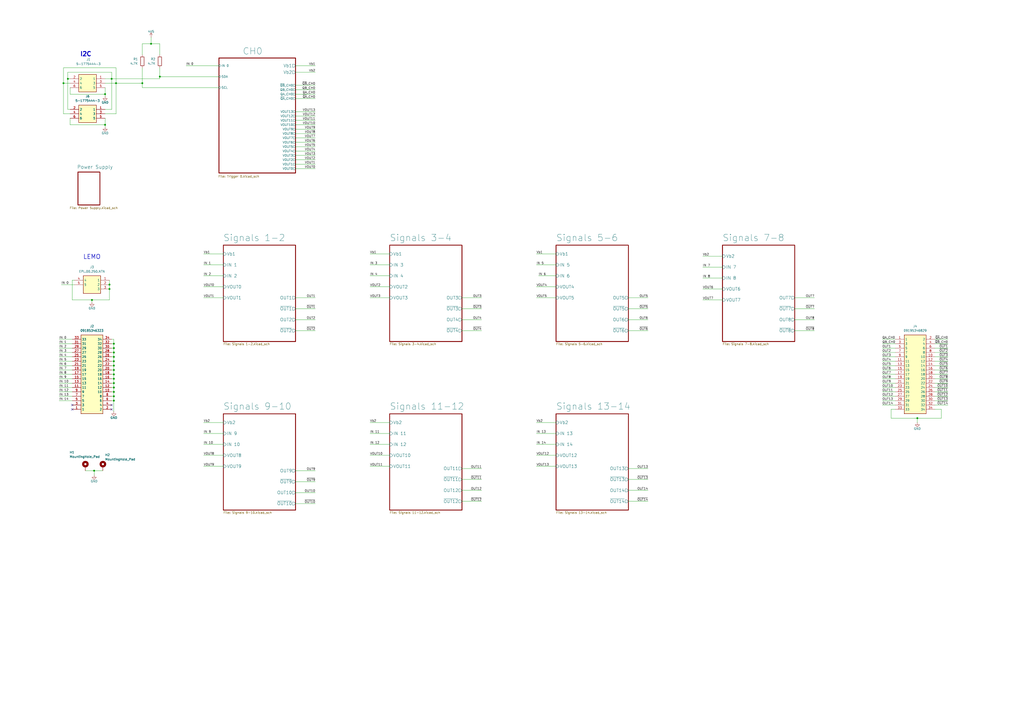
<source format=kicad_sch>
(kicad_sch (version 20231120) (generator "eeschema") (generator_version "8.0")
  (paper "A2")
  (lib_symbols
    (symbol "Device:R" (pin_numbers hide) (pin_names (offset 0))
      (property "Reference" "R" (at 2.032 0 90))
      (property "Value" "R" (at 0 0 90))
      (symbol "R_0_1"
        (rectangle (start -1.016 -2.54) (end 1.016 2.54) (stroke (width 0.254)))
      )
      (symbol "R_1_1"
        (pin passive line (at 0 3.81 270) (length 1.27) (name "~") (number "1"))
        (pin passive line (at 0 -3.81 90) (length 1.27) (name "~") (number "2"))
      )
    )
    (symbol "Mechanical:MountingHole_Pad" (pin_numbers hide) (pin_names (offset 1.016) hide) (exclude_from_sim yes) (in_bom no)
      (property "Reference" "H" (at 0 6.35 0))
      (property "Value" "MountingHole_Pad" (at 0 4.445 0))
      (symbol "MountingHole_Pad_0_1"
        (circle (center 0 1.27) (radius 1.27) (stroke (width 1.27)))
      )
      (symbol "MountingHole_Pad_1_1"
        (pin input line (at 0 -2.54 90) (length 2.54) (name "1") (number "1"))
      )
    )
    (symbol "SamacSys_Parts:09185346323"
      (property "Reference" "J" (at 19.05 7.62 0))
      (property "Value" "09185346323" (at 19.05 5.08 0))
      (symbol "09185346323_1_1"
        (rectangle (start 5.08 2.54) (end 17.78 -43.18) (stroke (width 0.254)) (fill (type background)))
        (pin passive line (at 0 0 0) (length 5.08) (name "1") (number "1"))
        (pin passive line (at 22.86 -10.16 180) (length 5.08) (name "10") (number "10"))
        (pin passive line (at 0 -12.7 0) (length 5.08) (name "11") (number "11"))
        (pin passive line (at 22.86 -12.7 180) (length 5.08) (name "12") (number "12"))
        (pin passive line (at 0 -15.24 0) (length 5.08) (name "13") (number "13"))
        (pin passive line (at 22.86 -15.24 180) (length 5.08) (name "14") (number "14"))
        (pin passive line (at 0 -17.78 0) (length 5.08) (name "15") (number "15"))
        (pin passive line (at 22.86 -17.78 180) (length 5.08) (name "16") (number "16"))
        (pin passive line (at 0 -20.32 0) (length 5.08) (name "17") (number "17"))
        (pin passive line (at 22.86 -20.32 180) (length 5.08) (name "18") (number "18"))
        (pin passive line (at 0 -22.86 0) (length 5.08) (name "19") (number "19"))
        (pin passive line (at 22.86 0 180) (length 5.08) (name "2") (number "2"))
        (pin passive line (at 22.86 -22.86 180) (length 5.08) (name "20") (number "20"))
        (pin passive line (at 0 -25.4 0) (length 5.08) (name "21") (number "21"))
        (pin passive line (at 22.86 -25.4 180) (length 5.08) (name "22") (number "22"))
        (pin passive line (at 0 -27.94 0) (length 5.08) (name "23") (number "23"))
        (pin passive line (at 22.86 -27.94 180) (length 5.08) (name "24") (number "24"))
        (pin passive line (at 0 -30.48 0) (length 5.08) (name "25") (number "25"))
        (pin passive line (at 22.86 -30.48 180) (length 5.08) (name "26") (number "26"))
        (pin passive line (at 0 -33.02 0) (length 5.08) (name "27") (number "27"))
        (pin passive line (at 22.86 -33.02 180) (length 5.08) (name "28") (number "28"))
        (pin passive line (at 0 -35.56 0) (length 5.08) (name "29") (number "29"))
        (pin passive line (at 0 -2.54 0) (length 5.08) (name "3") (number "3"))
        (pin passive line (at 22.86 -35.56 180) (length 5.08) (name "30") (number "30"))
        (pin passive line (at 0 -38.1 0) (length 5.08) (name "31") (number "31"))
        (pin passive line (at 22.86 -38.1 180) (length 5.08) (name "32") (number "32"))
        (pin passive line (at 0 -40.64 0) (length 5.08) (name "33") (number "33"))
        (pin passive line (at 22.86 -40.64 180) (length 5.08) (name "34") (number "34"))
        (pin passive line (at 22.86 -2.54 180) (length 5.08) (name "4") (number "4"))
        (pin passive line (at 0 -5.08 0) (length 5.08) (name "5") (number "5"))
        (pin passive line (at 22.86 -5.08 180) (length 5.08) (name "6") (number "6"))
        (pin passive line (at 0 -7.62 0) (length 5.08) (name "7") (number "7"))
        (pin passive line (at 22.86 -7.62 180) (length 5.08) (name "8") (number "8"))
        (pin passive line (at 0 -10.16 0) (length 5.08) (name "9") (number "9"))
      )
    )
    (symbol "SamacSys_Parts:09195346829"
      (property "Reference" "J" (at 19.05 7.62 0))
      (property "Value" "09195346829" (at 19.05 5.08 0))
      (symbol "09195346829_1_1"
        (rectangle (start 5.08 2.54) (end 17.78 -43.18) (stroke (width 0.254)) (fill (type background)))
        (pin passive line (at 0 -40.64 0) (length 5.08) (name "1") (number "1"))
        (pin passive line (at 22.86 -30.48 180) (length 5.08) (name "10") (number "10"))
        (pin passive line (at 0 -27.94 0) (length 5.08) (name "11") (number "11"))
        (pin passive line (at 22.86 -27.94 180) (length 5.08) (name "12") (number "12"))
        (pin passive line (at 0 -25.4 0) (length 5.08) (name "13") (number "13"))
        (pin passive line (at 22.86 -25.4 180) (length 5.08) (name "14") (number "14"))
        (pin passive line (at 0 -22.86 0) (length 5.08) (name "15") (number "15"))
        (pin passive line (at 22.86 -22.86 180) (length 5.08) (name "16") (number "16"))
        (pin passive line (at 0 -20.32 0) (length 5.08) (name "17") (number "17"))
        (pin passive line (at 22.86 -20.32 180) (length 5.08) (name "18") (number "18"))
        (pin passive line (at 0 -17.78 0) (length 5.08) (name "19") (number "19"))
        (pin passive line (at 22.86 -40.64 180) (length 5.08) (name "2") (number "2"))
        (pin passive line (at 22.86 -17.78 180) (length 5.08) (name "20") (number "20"))
        (pin passive line (at 0 -15.24 0) (length 5.08) (name "21") (number "21"))
        (pin passive line (at 22.86 -15.24 180) (length 5.08) (name "22") (number "22"))
        (pin passive line (at 0 -12.7 0) (length 5.08) (name "23") (number "23"))
        (pin passive line (at 22.86 -12.7 180) (length 5.08) (name "24") (number "24"))
        (pin passive line (at 0 -10.16 0) (length 5.08) (name "25") (number "25"))
        (pin passive line (at 22.86 -10.16 180) (length 5.08) (name "26") (number "26"))
        (pin passive line (at 0 -7.62 0) (length 5.08) (name "27") (number "27"))
        (pin passive line (at 22.86 -7.62 180) (length 5.08) (name "28") (number "28"))
        (pin passive line (at 0 -5.08 0) (length 5.08) (name "29") (number "29"))
        (pin passive line (at 0 -38.1 0) (length 5.08) (name "3") (number "3"))
        (pin passive line (at 22.86 -5.08 180) (length 5.08) (name "30") (number "30"))
        (pin passive line (at 0 -2.54 0) (length 5.08) (name "31") (number "31"))
        (pin passive line (at 22.86 -2.54 180) (length 5.08) (name "32") (number "32"))
        (pin passive line (at 0 0 0) (length 5.08) (name "33") (number "33"))
        (pin passive line (at 22.86 0 180) (length 5.08) (name "34") (number "34"))
        (pin passive line (at 22.86 -38.1 180) (length 5.08) (name "4") (number "4"))
        (pin passive line (at 0 -35.56 0) (length 5.08) (name "5") (number "5"))
        (pin passive line (at 22.86 -35.56 180) (length 5.08) (name "6") (number "6"))
        (pin passive line (at 0 -33.02 0) (length 5.08) (name "7") (number "7"))
        (pin passive line (at 22.86 -33.02 180) (length 5.08) (name "8") (number "8"))
        (pin passive line (at 0 -30.48 0) (length 5.08) (name "9") (number "9"))
      )
    )
    (symbol "SamacSys_Parts:5-1775444-3"
      (property "Reference" "J" (at 16.51 7.62 0))
      (property "Value" "5-1775444-3" (at 16.51 5.08 0))
      (symbol "5-1775444-3_1_1"
        (rectangle (start 5.08 2.54) (end 15.24 -7.62) (stroke (width 0.254)) (fill (type background)))
        (pin passive line (at 0 0 0) (length 5.08) (name "1") (number "1"))
        (pin passive line (at 20.32 0 180) (length 5.08) (name "2") (number "2"))
        (pin passive line (at 0 -2.54 0) (length 5.08) (name "3") (number "3"))
        (pin passive line (at 20.32 -2.54 180) (length 5.08) (name "4") (number "4"))
        (pin passive line (at 0 -5.08 0) (length 5.08) (name "5") (number "5"))
        (pin passive line (at 20.32 -5.08 180) (length 5.08) (name "6") (number "6"))
      )
    )
    (symbol "SamacSys_Parts:EPL.00.250.NTN"
      (property "Reference" "J" (at 16.51 7.62 0))
      (property "Value" "EPL.00.250.NTN" (at 16.51 5.08 0))
      (symbol "EPL.00.250.NTN_1_1"
        (rectangle (start 5.08 2.54) (end 15.24 -7.62) (stroke (width 0.254)) (fill (type background)))
        (pin passive line (at 0 0 0) (length 5.08) (name "1") (number "1"))
        (pin passive line (at 0 -2.54 0) (length 5.08) (name "2") (number "2"))
        (pin passive line (at 0 -5.08 0) (length 5.08) (name "3") (number "3"))
        (pin passive line (at 20.32 0 180) (length 5.08) (name "4") (number "4"))
        (pin passive line (at 20.32 -2.54 180) (length 5.08) (name "5") (number "5"))
      )
    )
    (symbol "power:+8V" (power) (pin_numbers hide) (pin_names (offset 0) hide)
      (property "Value" "+8V" (at 0 3.556 0))
      (symbol "+8V_0_1"
        (polyline (pts (xy -0.762 1.27) (xy 0 2.54)))
        (polyline (pts (xy 0 0) (xy 0 2.54)))
        (polyline (pts (xy 0 2.54) (xy 0.762 1.27)))
      )
      (symbol "+8V_1_1"
        (pin power_in line (at 0 0 90) (length 0) (name "~") (number "1"))
      )
    )
    (symbol "power:GND" (power) (pin_numbers hide) (pin_names (offset 0) hide)
      (property "Value" "GND" (at 0 -3.81 0))
      (symbol "GND_0_1"
        (polyline (pts (xy 0 0) (xy 0 -1.27) (xy 1.27 -1.27) (xy 0 -2.54) (xy -1.27 -1.27) (xy 0 -1.27)))
      )
      (symbol "GND_1_1"
        (pin power_in line (at 0 0 270) (length 0) (name "~") (number "1"))
      )
    )
  )
  (junction (at 66.04 199.39))
  (junction (at 66.04 227.33))
  (junction (at 82.55 48.26))
  (junction (at 39.37 45.72))
  (junction (at 66.04 217.17))
  (junction (at 66.04 209.55))
  (junction (at 66.04 212.09))
  (junction (at 66.04 204.47))
  (junction (at 92.71 44.45))
  (junction (at 66.04 232.41))
  (junction (at 66.04 219.71))
  (junction (at 64.77 45.72))
  (junction (at 36.83 48.26))
  (junction (at 63.5 167.64))
  (junction (at 60.96 54.61))
  (junction (at 54.61 273.05))
  (junction (at 60.96 72.39))
  (junction (at 66.04 201.93))
  (junction (at 66.04 207.01))
  (junction (at 67.31 48.26))
  (junction (at 53.34 173.99))
  (junction (at 66.04 222.25))
  (junction (at 66.04 229.87))
  (junction (at 66.04 224.79))
  (junction (at 66.04 214.63))
  (junction (at 63.5 165.1))
  (junction (at 87.63 25.4))
  (junction (at 532.13 242.57))
  (no_connect (at 64.77 234.95))
  (no_connect (at 41.91 234.95))
  (no_connect (at 64.77 237.49))
  (no_connect (at 41.91 237.49))
  (wire (pts (xy 34.29 204.47) (xy 41.91 204.47)))
  (wire (pts (xy 67.31 39.37) (xy 67.31 48.26)))
  (wire (pts (xy 49.53 273.05) (xy 54.61 273.05)))
  (wire (pts (xy 40.64 50.8) (xy 40.64 54.61)))
  (wire (pts (xy 92.71 39.37) (xy 92.71 44.45)))
  (wire (pts (xy 519.43 229.87) (xy 511.81 229.87)))
  (wire (pts (xy 516.89 242.57) (xy 532.13 242.57)))
  (wire (pts (xy 312.42 160.02) (xy 322.58 160.02)))
  (wire (pts (xy 171.45 67.31) (xy 182.88 67.31)))
  (wire (pts (xy 419.1 148.59) (xy 407.67 148.59)))
  (wire (pts (xy 60.96 48.26) (xy 67.31 48.26)))
  (wire (pts (xy 66.04 222.25) (xy 66.04 224.79)))
  (wire (pts (xy 407.67 167.64) (xy 419.1 167.64)))
  (wire (pts (xy 171.45 95.25) (xy 182.88 95.25)))
  (wire (pts (xy 34.29 209.55) (xy 41.91 209.55)))
  (wire (pts (xy 532.13 242.57) (xy 532.13 245.11)))
  (wire (pts (xy 66.04 214.63) (xy 66.04 217.17)))
  (wire (pts (xy 532.13 242.57) (xy 546.1 242.57)))
  (wire (pts (xy 542.29 229.87) (xy 549.91 229.87)))
  (wire (pts (xy 171.45 292.1) (xy 182.88 292.1)))
  (wire (pts (xy 364.49 172.72) (xy 375.92 172.72)))
  (wire (pts (xy 36.83 48.26) (xy 40.64 48.26)))
  (wire (pts (xy 67.31 48.26) (xy 82.55 48.26)))
  (wire (pts (xy 549.91 212.09) (xy 542.29 212.09)))
  (wire (pts (xy 66.04 222.25) (xy 64.77 222.25)))
  (wire (pts (xy 118.11 153.67) (xy 129.54 153.67)))
  (wire (pts (xy 41.91 162.56) (xy 43.18 162.56)))
  (wire (pts (xy 214.63 153.67) (xy 226.06 153.67)))
  (wire (pts (xy 171.45 77.47) (xy 182.88 77.47)))
  (wire (pts (xy 542.29 224.79) (xy 549.91 224.79)))
  (wire (pts (xy 542.29 227.33) (xy 549.91 227.33)))
  (wire (pts (xy 66.04 204.47) (xy 66.04 207.01)))
  (wire (pts (xy 40.64 54.61) (xy 60.96 54.61)))
  (wire (pts (xy 54.61 273.05) (xy 54.61 275.59)))
  (wire (pts (xy 171.45 279.4) (xy 182.88 279.4)))
  (wire (pts (xy 66.04 209.55) (xy 66.04 212.09)))
  (wire (pts (xy 549.91 209.55) (xy 542.29 209.55)))
  (wire (pts (xy 40.64 68.58) (xy 40.64 72.39)))
  (wire (pts (xy 41.91 173.99) (xy 41.91 162.56)))
  (wire (pts (xy 311.15 251.46) (xy 322.58 251.46)))
  (wire (pts (xy 171.45 285.75) (xy 182.88 285.75)))
  (wire (pts (xy 66.04 229.87) (xy 64.77 229.87)))
  (wire (pts (xy 311.15 153.67) (xy 322.58 153.67)))
  (wire (pts (xy 511.81 204.47) (xy 519.43 204.47)))
  (wire (pts (xy 82.55 25.4) (xy 82.55 31.75)))
  (wire (pts (xy 311.15 257.81) (xy 322.58 257.81)))
  (wire (pts (xy 60.96 50.8) (xy 60.96 54.61)))
  (wire (pts (xy 311.15 166.37) (xy 322.58 166.37)))
  (wire (pts (xy 311.15 172.72) (xy 322.58 172.72)))
  (wire (pts (xy 171.45 38.1) (xy 182.88 38.1)))
  (wire (pts (xy 92.71 45.72) (xy 92.71 44.45)))
  (wire (pts (xy 364.49 278.13) (xy 375.92 278.13)))
  (wire (pts (xy 82.55 39.37) (xy 82.55 48.26)))
  (wire (pts (xy 118.11 147.32) (xy 129.54 147.32)))
  (wire (pts (xy 407.67 173.99) (xy 419.1 173.99)))
  (wire (pts (xy 542.29 199.39) (xy 549.91 199.39)))
  (wire (pts (xy 511.81 207.01) (xy 519.43 207.01)))
  (wire (pts (xy 34.29 217.17) (xy 41.91 217.17)))
  (wire (pts (xy 267.97 290.83) (xy 279.4 290.83)))
  (wire (pts (xy 511.81 209.55) (xy 519.43 209.55)))
  (wire (pts (xy 542.29 234.95) (xy 549.91 234.95)))
  (wire (pts (xy 36.83 39.37) (xy 36.83 48.26)))
  (wire (pts (xy 511.81 212.09) (xy 519.43 212.09)))
  (wire (pts (xy 549.91 214.63) (xy 542.29 214.63)))
  (wire (pts (xy 171.45 273.05) (xy 182.88 273.05)))
  (wire (pts (xy 66.04 227.33) (xy 64.77 227.33)))
  (wire (pts (xy 214.63 160.02) (xy 226.06 160.02)))
  (wire (pts (xy 549.91 217.17) (xy 542.29 217.17)))
  (wire (pts (xy 171.45 74.93) (xy 182.88 74.93)))
  (wire (pts (xy 226.06 147.32) (xy 214.63 147.32)))
  (wire (pts (xy 461.01 191.77) (xy 472.44 191.77)))
  (wire (pts (xy 461.01 172.72) (xy 472.44 172.72)))
  (wire (pts (xy 322.58 147.32) (xy 311.15 147.32)))
  (wire (pts (xy 66.04 207.01) (xy 66.04 209.55)))
  (wire (pts (xy 171.45 69.85) (xy 182.88 69.85)))
  (wire (pts (xy 214.63 257.81) (xy 226.06 257.81)))
  (wire (pts (xy 66.04 217.17) (xy 64.77 217.17)))
  (wire (pts (xy 171.45 49.53) (xy 182.88 49.53)))
  (wire (pts (xy 214.63 172.72) (xy 226.06 172.72)))
  (wire (pts (xy 66.04 224.79) (xy 64.77 224.79)))
  (wire (pts (xy 34.29 224.79) (xy 41.91 224.79)))
  (wire (pts (xy 214.63 270.51) (xy 226.06 270.51)))
  (wire (pts (xy 171.45 41.91) (xy 182.88 41.91)))
  (wire (pts (xy 64.77 41.91) (xy 64.77 45.72)))
  (wire (pts (xy 214.63 166.37) (xy 226.06 166.37)))
  (wire (pts (xy 171.45 54.61) (xy 182.88 54.61)))
  (wire (pts (xy 53.34 173.99) (xy 53.34 175.26)))
  (wire (pts (xy 40.64 72.39) (xy 60.96 72.39)))
  (wire (pts (xy 364.49 271.78) (xy 375.92 271.78)))
  (wire (pts (xy 34.29 196.85) (xy 41.91 196.85)))
  (wire (pts (xy 36.83 48.26) (xy 36.83 66.04)))
  (wire (pts (xy 542.29 232.41) (xy 549.91 232.41)))
  (wire (pts (xy 118.11 270.51) (xy 129.54 270.51)))
  (wire (pts (xy 67.31 48.26) (xy 67.31 66.04)))
  (wire (pts (xy 519.43 237.49) (xy 516.89 237.49)))
  (wire (pts (xy 66.04 199.39) (xy 64.77 199.39)))
  (wire (pts (xy 66.04 204.47) (xy 64.77 204.47)))
  (wire (pts (xy 364.49 290.83) (xy 375.92 290.83)))
  (wire (pts (xy 66.04 212.09) (xy 66.04 214.63)))
  (wire (pts (xy 171.45 191.77) (xy 182.88 191.77)))
  (wire (pts (xy 63.5 167.64) (xy 63.5 173.99)))
  (wire (pts (xy 511.81 196.85) (xy 519.43 196.85)))
  (wire (pts (xy 267.97 284.48) (xy 279.4 284.48)))
  (wire (pts (xy 267.97 172.72) (xy 279.4 172.72)))
  (wire (pts (xy 519.43 234.95) (xy 511.81 234.95)))
  (wire (pts (xy 53.34 173.99) (xy 63.5 173.99)))
  (wire (pts (xy 519.43 222.25) (xy 511.81 222.25)))
  (wire (pts (xy 519.43 227.33) (xy 511.81 227.33)))
  (wire (pts (xy 39.37 45.72) (xy 39.37 63.5)))
  (wire (pts (xy 60.96 66.04) (xy 67.31 66.04)))
  (wire (pts (xy 66.04 196.85) (xy 66.04 199.39)))
  (wire (pts (xy 542.29 196.85) (xy 549.91 196.85)))
  (wire (pts (xy 171.45 90.17) (xy 182.88 90.17)))
  (wire (pts (xy 511.81 217.17) (xy 519.43 217.17)))
  (wire (pts (xy 66.04 214.63) (xy 64.77 214.63)))
  (wire (pts (xy 519.43 224.79) (xy 511.81 224.79)))
  (wire (pts (xy 66.04 232.41) (xy 64.77 232.41)))
  (wire (pts (xy 34.29 207.01) (xy 41.91 207.01)))
  (wire (pts (xy 171.45 57.15) (xy 182.88 57.15)))
  (wire (pts (xy 171.45 92.71) (xy 182.88 92.71)))
  (wire (pts (xy 118.11 160.02) (xy 129.54 160.02)))
  (wire (pts (xy 118.11 245.11) (xy 129.54 245.11)))
  (wire (pts (xy 66.04 224.79) (xy 66.04 227.33)))
  (wire (pts (xy 511.81 214.63) (xy 519.43 214.63)))
  (wire (pts (xy 171.45 64.77) (xy 182.88 64.77)))
  (wire (pts (xy 311.15 264.16) (xy 322.58 264.16)))
  (wire (pts (xy 364.49 284.48) (xy 375.92 284.48)))
  (wire (pts (xy 34.29 222.25) (xy 41.91 222.25)))
  (wire (pts (xy 171.45 185.42) (xy 182.88 185.42)))
  (wire (pts (xy 34.29 212.09) (xy 41.91 212.09)))
  (wire (pts (xy 63.5 162.56) (xy 63.5 165.1)))
  (wire (pts (xy 60.96 54.61) (xy 60.96 55.88)))
  (wire (pts (xy 66.04 212.09) (xy 64.77 212.09)))
  (wire (pts (xy 171.45 85.09) (xy 182.88 85.09)))
  (wire (pts (xy 41.91 173.99) (xy 53.34 173.99)))
  (wire (pts (xy 267.97 179.07) (xy 279.4 179.07)))
  (wire (pts (xy 66.04 199.39) (xy 66.04 201.93)))
  (wire (pts (xy 66.04 232.41) (xy 66.04 238.76)))
  (wire (pts (xy 40.64 63.5) (xy 39.37 63.5)))
  (wire (pts (xy 64.77 45.72) (xy 92.71 45.72)))
  (wire (pts (xy 171.45 52.07) (xy 182.88 52.07)))
  (wire (pts (xy 66.04 201.93) (xy 64.77 201.93)))
  (wire (pts (xy 171.45 82.55) (xy 182.88 82.55)))
  (wire (pts (xy 64.77 63.5) (xy 60.96 63.5)))
  (wire (pts (xy 66.04 227.33) (xy 66.04 229.87)))
  (wire (pts (xy 87.63 25.4) (xy 92.71 25.4)))
  (wire (pts (xy 82.55 50.8) (xy 127 50.8)))
  (wire (pts (xy 407.67 154.94) (xy 419.1 154.94)))
  (wire (pts (xy 82.55 48.26) (xy 82.55 50.8)))
  (wire (pts (xy 226.06 245.11) (xy 214.63 245.11)))
  (wire (pts (xy 92.71 44.45) (xy 127 44.45)))
  (wire (pts (xy 64.77 196.85) (xy 66.04 196.85)))
  (wire (pts (xy 64.77 45.72) (xy 64.77 63.5)))
  (wire (pts (xy 549.91 204.47) (xy 542.29 204.47)))
  (wire (pts (xy 407.67 161.29) (xy 419.1 161.29)))
  (wire (pts (xy 214.63 264.16) (xy 226.06 264.16)))
  (wire (pts (xy 60.96 72.39) (xy 60.96 73.66)))
  (wire (pts (xy 549.91 201.93) (xy 542.29 201.93)))
  (wire (pts (xy 60.96 45.72) (xy 64.77 45.72)))
  (wire (pts (xy 34.29 214.63) (xy 41.91 214.63)))
  (wire (pts (xy 171.45 97.79) (xy 182.88 97.79)))
  (wire (pts (xy 107.95 38.1) (xy 127 38.1)))
  (wire (pts (xy 171.45 80.01) (xy 182.88 80.01)))
  (wire (pts (xy 40.64 45.72) (xy 39.37 45.72)))
  (wire (pts (xy 87.63 21.59) (xy 87.63 25.4)))
  (wire (pts (xy 66.04 201.93) (xy 66.04 204.47)))
  (wire (pts (xy 54.61 273.05) (xy 59.69 273.05)))
  (wire (pts (xy 118.11 251.46) (xy 129.54 251.46)))
  (wire (pts (xy 519.43 199.39) (xy 511.81 199.39)))
  (wire (pts (xy 34.29 227.33) (xy 41.91 227.33)))
  (wire (pts (xy 66.04 209.55) (xy 64.77 209.55)))
  (wire (pts (xy 39.37 45.72) (xy 39.37 41.91)))
  (wire (pts (xy 549.91 219.71) (xy 542.29 219.71)))
  (wire (pts (xy 118.11 257.81) (xy 129.54 257.81)))
  (wire (pts (xy 34.29 199.39) (xy 41.91 199.39)))
  (wire (pts (xy 66.04 219.71) (xy 64.77 219.71)))
  (wire (pts (xy 66.04 229.87) (xy 66.04 232.41)))
  (wire (pts (xy 267.97 191.77) (xy 279.4 191.77)))
  (wire (pts (xy 36.83 66.04) (xy 40.64 66.04)))
  (wire (pts (xy 267.97 185.42) (xy 279.4 185.42)))
  (wire (pts (xy 364.49 179.07) (xy 375.92 179.07)))
  (wire (pts (xy 92.71 25.4) (xy 92.71 31.75)))
  (wire (pts (xy 118.11 166.37) (xy 129.54 166.37)))
  (wire (pts (xy 171.45 72.39) (xy 182.88 72.39)))
  (wire (pts (xy 267.97 271.78) (xy 279.4 271.78)))
  (wire (pts (xy 87.63 25.4) (xy 82.55 25.4)))
  (wire (pts (xy 67.31 39.37) (xy 36.83 39.37)))
  (wire (pts (xy 118.11 172.72) (xy 129.54 172.72)))
  (wire (pts (xy 511.81 201.93) (xy 519.43 201.93)))
  (wire (pts (xy 542.29 222.25) (xy 549.91 222.25)))
  (wire (pts (xy 519.43 232.41) (xy 511.81 232.41)))
  (wire (pts (xy 66.04 219.71) (xy 66.04 222.25)))
  (wire (pts (xy 546.1 242.57) (xy 546.1 237.49)))
  (wire (pts (xy 63.5 165.1) (xy 63.5 167.64)))
  (wire (pts (xy 39.37 41.91) (xy 64.77 41.91)))
  (wire (pts (xy 546.1 237.49) (xy 542.29 237.49)))
  (wire (pts (xy 60.96 68.58) (xy 60.96 72.39)))
  (wire (pts (xy 364.49 191.77) (xy 375.92 191.77)))
  (wire (pts (xy 34.29 219.71) (xy 41.91 219.71)))
  (wire (pts (xy 34.29 201.93) (xy 41.91 201.93)))
  (wire (pts (xy 214.63 251.46) (xy 226.06 251.46)))
  (wire (pts (xy 311.15 270.51) (xy 322.58 270.51)))
  (wire (pts (xy 267.97 278.13) (xy 279.4 278.13)))
  (wire (pts (xy 171.45 87.63) (xy 182.88 87.63)))
  (wire (pts (xy 461.01 185.42) (xy 472.44 185.42)))
  (wire (pts (xy 511.81 219.71) (xy 519.43 219.71)))
  (wire (pts (xy 364.49 185.42) (xy 375.92 185.42)))
  (wire (pts (xy 66.04 217.17) (xy 66.04 219.71)))
  (wire (pts (xy 35.56 165.1) (xy 43.18 165.1)))
  (wire (pts (xy 34.29 229.87) (xy 41.91 229.87)))
  (wire (pts (xy 549.91 207.01) (xy 542.29 207.01)))
  (wire (pts (xy 118.11 264.16) (xy 129.54 264.16)))
  (wire (pts (xy 516.89 237.49) (xy 516.89 242.57)))
  (wire (pts (xy 322.58 245.11) (xy 311.15 245.11)))
  (wire (pts (xy 34.29 232.41) (xy 41.91 232.41)))
  (wire (pts (xy 171.45 172.72) (xy 182.88 172.72)))
  (wire (pts (xy 66.04 207.01) (xy 64.77 207.01)))
  (wire (pts (xy 461.01 179.07) (xy 472.44 179.07)))
  (wire (pts (xy 171.45 179.07) (xy 182.88 179.07)))
  (text "I2C" (at 49.784 31.496 0) (effects (font (size 2.54 2.54) (thickness 0.508) (bold yes))))
  (text "LEMO" (at 53.34 149.098 0) (effects (font (size 2.54 2.54) (thickness 0.254) (bold yes))))
  (label "VOUT10" (at 214.63 264.16 0))
  (label "IN 14" (at 311.15 257.81 0))
  (label "OUT13" (at 511.81 232.41 0))
  (label "OUT5" (at 375.92 172.72 180))
  (label "IN 5" (at 311.15 153.67 0))
  (label "~{OUT6}" (at 375.92 191.77 180))
  (label "IN 0" (at 35.56 165.1 0))
  (label "IN 13" (at 34.29 229.87 0))
  (label "VOUT11" (at 182.88 69.85 180))
  (label "VOUT0" (at 182.88 97.79 180))
  (label "VOUT4" (at 182.88 87.63 180))
  (label "IN 7" (at 34.29 214.63 0))
  (label "IN 2" (at 34.29 201.93 0))
  (label "VOUT0" (at 118.11 166.37 0))
  (label "QB_CH0" (at 182.88 52.07 180))
  (label "QA_CH0" (at 511.81 196.85 0))
  (label "IN 1" (at 34.29 199.39 0))
  (label "OUT3" (at 511.81 207.01 0))
  (label "~{OUT4}" (at 279.4 191.77 180))
  (label "~{OUT10}" (at 549.91 224.79 180))
  (label "VOUT9" (at 182.88 74.93 180))
  (label "VOUT12" (at 311.15 264.16 0))
  (label "IN 2" (at 118.11 160.02 0))
  (label "OUT6" (at 375.92 185.42 180))
  (label "VOUT8" (at 182.88 77.47 180))
  (label "VOUT7" (at 182.88 80.01 180))
  (label "IN 7" (at 407.67 154.94 0))
  (label "OUT5" (at 511.81 212.09 0))
  (label "OUT8" (at 472.44 185.42 180))
  (label "OUT4" (at 279.4 185.42 180))
  (label "VOUT5" (at 311.15 172.72 0))
  (label "IN 9" (at 118.11 251.46 0))
  (label "Vb2" (at 407.67 148.59 0))
  (label "VOUT3" (at 214.63 172.72 0))
  (label "~{OUT5}" (at 375.92 179.07 180))
  (label "QA_CH0" (at 182.88 54.61 180))
  (label "VOUT11" (at 214.63 270.51 0))
  (label "IN 5" (at 34.29 209.55 0))
  (label "~{OUT5}" (at 549.91 212.09 180))
  (label "IN 4" (at 34.29 207.01 0))
  (label "VOUT2" (at 182.88 92.71 180))
  (label "IN 9" (at 34.29 219.71 0))
  (label "OUT1" (at 182.88 172.72 180))
  (label "VOUT5" (at 182.88 85.09 180))
  (label "VOUT2" (at 214.63 166.37 0))
  (label "VOUT7" (at 407.67 173.99 0))
  (label "~{OUT12}" (at 279.4 290.83 180))
  (label "VOUT13" (at 182.88 64.77 180))
  (label "OUT9" (at 511.81 222.25 0))
  (label "OUT9" (at 182.88 273.05 180))
  (label "VOUT10" (at 182.88 72.39 180))
  (label "~{OUT8}" (at 472.44 191.77 180))
  (label "OUT10" (at 511.81 224.79 0))
  (label "Vb1" (at 182.88 38.1 180))
  (label "~{OUT9}" (at 182.88 279.4 180))
  (label "VOUT4" (at 311.15 166.37 0))
  (label "Vb2" (at 311.15 245.11 0))
  (label "OUT7" (at 511.81 217.17 0))
  (label "Vb1" (at 118.11 147.32 0))
  (label "~{OUT1}" (at 182.88 179.07 180))
  (label "OUT14" (at 375.92 284.48 180))
  (label "OUT13" (at 375.92 271.78 180))
  (label "OUT4" (at 511.81 209.55 0))
  (label "IN 3" (at 34.29 204.47 0))
  (label "IN 14" (at 34.29 232.41 0))
  (label "IN 6" (at 312.42 160.02 0))
  (label "~{OUT7}" (at 472.44 179.07 180))
  (label "OUT8" (at 511.81 219.71 0))
  (label "OUT11" (at 511.81 227.33 0))
  (label "VOUT12" (at 182.88 67.31 180))
  (label "OUT12" (at 279.4 284.48 180))
  (label "IN 10" (at 118.11 257.81 0))
  (label "OUT10" (at 182.88 285.75 180))
  (label "IN 8" (at 407.67 161.29 0))
  (label "~{OUT2}" (at 549.91 204.47 180))
  (label "IN 3" (at 214.63 153.67 0))
  (label "IN 4" (at 214.63 160.02 0))
  (label "OUT12" (at 511.81 229.87 0))
  (label "~{OUT1}" (at 549.91 201.93 180))
  (label "IN 6" (at 34.29 212.09 0))
  (label "Vb1" (at 311.15 147.32 0))
  (label "~{OUT13}" (at 375.92 278.13 180))
  (label "VOUT6" (at 182.88 82.55 180))
  (label "IN 1" (at 118.11 153.67 0))
  (label "OUT7" (at 472.44 172.72 180))
  (label "Vb2" (at 182.88 41.91 180))
  (label "~{OUT3}" (at 549.91 207.01 180))
  (label "IN 10" (at 34.29 222.25 0))
  (label "OUT1" (at 511.81 201.93 0))
  (label "VOUT6" (at 407.67 167.64 0))
  (label "~{OUT6}" (at 549.91 214.63 180))
  (label "IN 11" (at 34.29 224.79 0))
  (label "IN 11" (at 214.63 251.46 0))
  (label "OUT2" (at 182.88 185.42 180))
  (label "IN 8" (at 34.29 217.17 0))
  (label "VOUT1" (at 118.11 172.72 0))
  (label "~{OUT8}" (at 549.91 219.71 180))
  (label "~{OUT3}" (at 279.4 179.07 180))
  (label "~{QB}_CH0" (at 549.91 199.39 180))
  (label "OUT3" (at 279.4 172.72 180))
  (label "OUT6" (at 511.81 214.63 0))
  (label "OUT14" (at 511.81 234.95 0))
  (label "VOUT1" (at 182.88 95.25 180))
  (label "Vb2" (at 118.11 245.11 0))
  (label "Vb2" (at 214.63 245.11 0))
  (label "~{OUT4}" (at 549.91 209.55 180))
  (label "~{OUT2}" (at 182.88 191.77 180))
  (label "~{OUT14}" (at 549.91 234.95 180))
  (label "~{OUT12}" (at 549.91 229.87 180))
  (label "~{OUT11}" (at 279.4 278.13 180))
  (label "~{OUT10}" (at 182.88 292.1 180))
  (label "Vb1" (at 214.63 147.32 0))
  (label "~{OUT9}" (at 549.91 222.25 180))
  (label "IN 12" (at 34.29 227.33 0))
  (label "IN 13" (at 311.15 251.46 0))
  (label "VOUT9" (at 118.11 270.51 0))
  (label "~{OUT13}" (at 549.91 232.41 180))
  (label "VOUT13" (at 311.15 270.51 0))
  (label "~{QA}_CH0" (at 182.88 57.15 180))
  (label "QB_CH0" (at 511.81 199.39 0))
  (label "OUT11" (at 279.4 271.78 180))
  (label "~{OUT7}" (at 549.91 217.17 180))
  (label "~{QA}_CH0" (at 549.91 196.85 180))
  (label "~{QB}_CH0" (at 182.88 49.53 180))
  (label "IN 0" (at 34.29 196.85 0))
  (label "VOUT8" (at 118.11 264.16 0))
  (label "IN 12" (at 214.63 257.81 0))
  (label "~{OUT11}" (at 549.91 227.33 180))
  (label "IN 0" (at 107.95 38.1 0) (effects (font (thickness 0.1588))))
  (label "~{OUT14}" (at 375.92 290.83 180))
  (label "OUT2" (at 511.81 204.47 0))
  (label "VOUT3" (at 182.88 90.17 180))
  (symbol (lib_id "SamacSys_Parts:5-1775444-3") (at 60.96 63.5 0) (mirror y) (unit 1)
    (property "Reference" "J6" (at 50.8 55.88 0))
    (property "Value" "5-1775444-3" (at 50.8 58.42 0))
    (property "Footprint" "SamacSys_Parts:517754443" (effects (hide yes)))
    (property "Datasheet" "https://componentsearchengine.com/Datasheets/1/5-1775444-3.pdf" (effects (hide yes)))
    (property "Description" "Headers & Wire Housings 3 POS HDR R/A SMT 1.5mm" (effects (hide yes)))
    (property "Height" "5.15" (effects (hide yes)))
    (property "Mouser Part Number" "571-5-1775444-3" (effects (hide yes)))
    (property "Mouser Price/Stock" "https://www.mouser.co.uk/ProductDetail/TE-Connectivity/5-1775444-3?qs=fvVej%2FMj3jd1mbV4xT0APA%3D%3D" (effects (hide yes)))
    (property "Manufacturer_Name" "TE Connectivity" (effects (hide yes)))
    (property "Manufacturer_Part_Number" "5-1775444-3" (effects (hide yes)))
  )
  (symbol (lib_id "power:+8V") (at 87.63 21.59 0) (mirror y) (unit 1)
    (property "Reference" "#PWR03" (effects (hide yes)))
    (property "Value" "4V5" (at 87.63 18.288 0))
    (property "Description" "Power symbol creates a global label with name \"+8V\"" (effects (hide yes)))
  )
  (symbol (lib_id "Mechanical:MountingHole_Pad") (at 49.53 270.51 0) (unit 1) (exclude_from_sim yes) (in_bom no)
    (property "Reference" "H1" (at 40.386 262.382 0) (effects (justify left)))
    (property "Value" "MountingHole_Pad" (at 40.386 264.922 0) (effects (justify left)))
    (property "Footprint" "MountingHole:MountingHole_3mm_Pad_TopBottom" (effects (hide yes)))
    (property "Description" "Mounting Hole with connection" (effects (hide yes)))
  )
  (symbol (lib_id "SamacSys_Parts:EPL.00.250.NTN") (at 63.5 162.56 0) (mirror y) (unit 1)
    (property "Reference" "J3" (at 53.34 154.94 0))
    (property "Value" "EPL.00.250.NTN" (at 53.34 157.48 0))
    (property "Footprint" "LEMO-EPA.00.250.DTN:LEMO-EPA.00.250.DTN" (effects (hide yes)))
    (property "Datasheet" "https://www.lemo.com/pdf/EPL.00.250.NTN.pdf" (effects (hide yes)))
    (property "Description" "LEMO - EPL.00.250.NTN - SOCKET, 00, RIGHT ANGLE, PCB, 50OHM" (effects (hide yes)))
    (property "Mouser Part Number" "736-EPL00250NTN" (effects (hide yes)))
    (property "Mouser Price/Stock" "https://www.mouser.co.uk/ProductDetail/LEMO/EPL.00.250.NTN?qs=AcmJtBVhzkScPhFX%252BUQ8bA%3D%3D" (effects (hide yes)))
    (property "Manufacturer_Name" "LEMO" (effects (hide yes)))
    (property "Manufacturer_Part_Number" "EPL.00.250.NTN" (effects (hide yes)))
  )
  (symbol (lib_id "power:GND") (at 532.13 245.11 0) (unit 1)
    (property "Reference" "#PWR0210" (effects (hide yes)))
    (property "Value" "GND" (at 532.13 248.666 0))
    (property "Description" "Power symbol creates a global label with name \"GND\" , ground" (effects (hide yes)))
  )
  (symbol (lib_id "SamacSys_Parts:09185346323") (at 41.91 237.49 0) (mirror x) (unit 1)
    (property "Reference" "J2" (at 53.34 189.23 0))
    (property "Value" "09185346323" (at 53.34 191.77 0))
    (property "Footprint" "SamacSys_Parts:09185346323" (effects (hide yes)))
    (property "Datasheet" "https://b2b.harting.com/files/download/PRD/PDF_DS/PDF_DS_09185346323_EN.pdf" (effects (hide yes)))
    (property "Description" "SEK/IDC Low Profile angled male, 2.9mm tails, 34pin, PL2" (effects (hide yes)))
    (property "Height" "8.9" (effects (hide yes)))
    (property "Mouser Part Number" "617-09-18-534-6323" (effects (hide yes)))
    (property "Mouser Price/Stock" "https://www.mouser.co.uk/ProductDetail/HARTING/09185346323?qs=GZB%2FOSW0r0GMbz7Zhp6Wbw%3D%3D" (effects (hide yes)))
    (property "Manufacturer_Name" "HARTING" (effects (hide yes)))
    (property "Manufacturer_Part_Number" "09185346323" (effects (hide yes)))
  )
  (symbol (lib_id "power:GND") (at 66.04 238.76 0) (unit 1)
    (property "Reference" "#PWR02" (effects (hide yes)))
    (property "Value" "GND" (at 66.04 242.316 0))
    (property "Description" "Power symbol creates a global label with name \"GND\" , ground" (effects (hide yes)))
  )
  (symbol (lib_id "power:GND") (at 53.34 175.26 0) (unit 1)
    (property "Reference" "#PWR01" (effects (hide yes)))
    (property "Value" "GND" (at 53.34 178.816 0))
    (property "Description" "Power symbol creates a global label with name \"GND\" , ground" (effects (hide yes)))
  )
  (symbol (lib_id "power:GND") (at 60.96 73.66 0) (unit 1)
    (property "Reference" "#PWR0207" (effects (hide yes)))
    (property "Value" "GND" (at 60.96 77.216 0))
    (property "Description" "Power symbol creates a global label with name \"GND\" , ground" (effects (hide yes)))
  )
  (symbol (lib_id "Device:R") (at 92.71 35.56 0) (mirror x) (unit 1)
    (property "Reference" "R2" (at 90.17 34.2899 0) (effects (justify right)))
    (property "Value" "4.7K" (at 90.17 36.8299 0) (effects (justify right)))
    (property "Footprint" "Resistor_SMD:R_0603_1608Metric_Pad0.98x0.95mm_HandSolder" (effects (hide yes)))
    (property "Description" "Resistor" (effects (hide yes)))
  )
  (symbol (lib_id "Mechanical:MountingHole_Pad") (at 59.69 270.51 0) (unit 1) (exclude_from_sim yes) (in_bom no)
    (property "Reference" "H2" (at 60.96 263.906 0) (effects (justify left)))
    (property "Value" "MountingHole_Pad" (at 60.96 266.446 0) (effects (justify left)))
    (property "Footprint" "MountingHole:MountingHole_3mm_Pad_TopBottom" (effects (hide yes)))
    (property "Description" "Mounting Hole with connection" (effects (hide yes)))
  )
  (symbol (lib_id "power:GND") (at 60.96 55.88 0) (unit 1)
    (property "Reference" "#PWR0208" (effects (hide yes)))
    (property "Value" "GND" (at 60.96 59.436 0))
    (property "Description" "Power symbol creates a global label with name \"GND\" , ground" (effects (hide yes)))
  )
  (symbol (lib_id "SamacSys_Parts:5-1775444-3") (at 60.96 45.72 0) (mirror y) (unit 1)
    (property "Reference" "J1" (at 51.308 34.544 0))
    (property "Value" "5-1775444-3" (at 51.308 37.084 0))
    (property "Footprint" "SamacSys_Parts:517754443" (effects (hide yes)))
    (property "Datasheet" "https://componentsearchengine.com/Datasheets/1/5-1775444-3.pdf" (effects (hide yes)))
    (property "Description" "Headers & Wire Housings 3 POS HDR R/A SMT 1.5mm" (effects (hide yes)))
    (property "Height" "5.15" (effects (hide yes)))
    (property "Mouser Part Number" "571-5-1775444-3" (effects (hide yes)))
    (property "Mouser Price/Stock" "https://www.mouser.co.uk/ProductDetail/TE-Connectivity/5-1775444-3?qs=fvVej%2FMj3jd1mbV4xT0APA%3D%3D" (effects (hide yes)))
    (property "Manufacturer_Name" "TE Connectivity" (effects (hide yes)))
    (property "Manufacturer_Part_Number" "5-1775444-3" (effects (hide yes)))
  )
  (symbol (lib_id "SamacSys_Parts:09195346829") (at 519.43 237.49 0) (mirror x) (unit 1)
    (property "Reference" "J4" (at 530.86 189.23 0))
    (property "Value" "09195346829" (at 530.86 191.77 0))
    (property "Footprint" "Connector:2x17 Connector" (effects (hide yes)))
    (property "Datasheet" "https://g.componentsearchengine.com/Datasheets/0/15091637.pdf" (effects (hide yes)))
    (property "Description" "SEK mezz Fe 34P Press-in 4.5mm PL2" (effects (hide yes)))
    (property "Height" "11.55" (effects (hide yes)))
    (property "Mouser Part Number" "617-09195346829" (effects (hide yes)))
    (property "Mouser Price/Stock" "https://www.mouser.co.uk/ProductDetail/HARTING/09195346829?qs=Li%252BoUPsLEnuwyDKLUcDNFw%3D%3D" (effects (hide yes)))
    (property "Manufacturer_Name" "HARTING" (effects (hide yes)))
    (property "Manufacturer_Part_Number" "09195346829" (effects (hide yes)))
  )
  (symbol (lib_id "power:GND") (at 54.61 275.59 0) (unit 1)
    (property "Reference" "#PWR06" (effects (hide yes)))
    (property "Value" "GND" (at 54.61 279.146 0))
    (property "Description" "Power symbol creates a global label with name \"GND\" , ground" (effects (hide yes)))
  )
  (symbol (lib_id "Device:R") (at 82.55 35.56 0) (mirror x) (unit 1)
    (property "Reference" "R1" (at 80.01 34.2899 0) (effects (justify right)))
    (property "Value" "4.7K" (at 80.01 36.8299 0) (effects (justify right)))
    (property "Footprint" "Resistor_SMD:R_0603_1608Metric_Pad0.98x0.95mm_HandSolder" (effects (hide yes)))
    (property "Description" "Resistor" (effects (hide yes)))
  )
  (sheet (at 226.06 142.24) (size 41.91 55.88) (stroke (width 0.381))
    (property "Sheetname" "Signals 3-4" (at 226.06 140.1441 0) (effects (font (size 3.81 3.81)) (justify left bottom)))
    (property "Sheetfile" "Signals 3-4.kicad_sch" (at 226.06 198.8189 0) (effects (justify left top)))
    (pin "Vb1" input (at 226.06 147.32 180) (effects (font (size 1.778 1.778))))
    (pin "IN 3" input (at 226.06 153.67 180) (effects (font (size 1.778 1.778))))
    (pin "IN 4" input (at 226.06 160.02 180) (effects (font (size 1.778 1.778))))
    (pin "OUT3" output (at 267.97 172.72 0) (effects (font (size 1.778 1.778))))
    (pin "~{OUT3}" output (at 267.97 179.07 0) (effects (font (size 1.778 1.778))))
    (pin "~{OUT4}" output (at 267.97 191.77 0) (effects (font (size 1.778 1.778))))
    (pin "OUT4" output (at 267.97 185.42 0) (effects (font (size 1.778 1.778))))
    (pin "VOUT2" input (at 226.06 166.37 180) (effects (font (size 1.778 1.778))))
    (pin "VOUT3" input (at 226.06 172.72 180) (effects (font (size 1.778 1.778))))
  )
  (sheet (at 419.1 142.24) (size 41.91 55.88) (stroke (width 0.381))
    (property "Sheetname" "Signals 7-8" (at 419.1 140.1441 0) (effects (font (size 3.81 3.81)) (justify left bottom)))
    (property "Sheetfile" "Signals 7-8.kicad_sch" (at 419.1 198.8189 0) (effects (justify left top)))
    (pin "IN 7" input (at 419.1 154.94 180) (effects (font (size 1.778 1.778))))
    (pin "IN 8" input (at 419.1 161.29 180) (effects (font (size 1.778 1.778))))
    (pin "OUT7" output (at 461.01 172.72 0) (effects (font (size 1.778 1.778))))
    (pin "~{OUT7}" output (at 461.01 179.07 0) (effects (font (size 1.778 1.778))))
    (pin "~{OUT8}" output (at 461.01 191.77 0) (effects (font (size 1.778 1.778))))
    (pin "OUT8" output (at 461.01 185.42 0) (effects (font (size 1.778 1.778))))
    (pin "VOUT6" input (at 419.1 167.64 180) (effects (font (size 1.778 1.778))))
    (pin "VOUT7" input (at 419.1 173.99 180) (effects (font (size 1.778 1.778))))
    (pin "Vb2" input (at 419.1 148.59 180) (effects (font (size 1.778 1.778))))
  )
  (sheet (at 129.54 142.24) (size 41.91 55.88) (stroke (width 0.381))
    (property "Sheetname" "Signals 1-2" (at 129.54 140.1441 0) (effects (font (size 3.81 3.81)) (justify left bottom)))
    (property "Sheetfile" "Signals 1-2.kicad_sch" (at 129.54 198.8189 0) (effects (justify left top)))
    (pin "IN 1" input (at 129.54 153.67 180) (effects (font (size 1.778 1.778))))
    (pin "IN 2" input (at 129.54 160.02 180) (effects (font (size 1.778 1.778))))
    (pin "Vb1" input (at 129.54 147.32 180) (effects (font (size 1.778 1.778))))
    (pin "OUT1" output (at 171.45 172.72 0) (effects (font (size 1.778 1.778))))
    (pin "~{OUT1}" output (at 171.45 179.07 0) (effects (font (size 1.778 1.778))))
    (pin "OUT2" output (at 171.45 185.42 0) (effects (font (size 1.778 1.778))))
    (pin "~{OUT2}" output (at 171.45 191.77 0) (effects (font (size 1.778 1.778))))
    (pin "VOUT0" input (at 129.54 166.37 180) (effects (font (size 1.778 1.778))))
    (pin "VOUT1" input (at 129.54 172.72 180) (effects (font (size 1.778 1.778))))
  )
  (sheet (at 322.58 142.24) (size 41.91 55.88) (stroke (width 0.381))
    (property "Sheetname" "Signals 5-6" (at 322.58 140.1441 0) (effects (font (size 3.81 3.81)) (justify left bottom)))
    (property "Sheetfile" "Signals 5-6.kicad_sch" (at 322.58 198.8189 0) (effects (justify left top)))
    (pin "Vb1" input (at 322.58 147.32 180) (effects (font (size 1.778 1.778))))
    (pin "IN 5" input (at 322.58 153.67 180) (effects (font (size 1.778 1.778))))
    (pin "IN 6" input (at 322.58 160.02 180) (effects (font (size 1.778 1.778))))
    (pin "OUT5" output (at 364.49 172.72 0) (effects (font (size 1.778 1.778))))
    (pin "~{OUT5}" output (at 364.49 179.07 0) (effects (font (size 1.778 1.778))))
    (pin "~{OUT6}" output (at 364.49 191.77 0) (effects (font (size 1.778 1.778))))
    (pin "OUT6" output (at 364.49 185.42 0) (effects (font (size 1.778 1.778))))
    (pin "VOUT4" input (at 322.58 166.37 180) (effects (font (size 1.778 1.778))))
    (pin "VOUT5" input (at 322.58 172.72 180) (effects (font (size 1.778 1.778))))
  )
  (sheet (at 129.54 240.03) (size 41.91 55.88) (stroke (width 0.381))
    (property "Sheetname" "Signals 9-10" (at 129.54 237.9341 0) (effects (font (size 3.81 3.81)) (justify left bottom)))
    (property "Sheetfile" "Signals 9-10.kicad_sch" (at 129.54 296.6089 0) (effects (justify left top)))
    (pin "Vb2" input (at 129.54 245.11 180) (effects (font (size 1.778 1.778))))
    (pin "IN 10" input (at 129.54 257.81 180) (effects (font (size 1.778 1.778))))
    (pin "OUT9" output (at 171.45 273.05 0) (effects (font (size 1.778 1.778))))
    (pin "~{OUT9}" output (at 171.45 279.4 0) (effects (font (size 1.778 1.778))))
    (pin "~{OUT10}" output (at 171.45 292.1 0) (effects (font (size 1.778 1.778))))
    (pin "OUT10" output (at 171.45 285.75 0) (effects (font (size 1.778 1.778))))
    (pin "IN 9" input (at 129.54 251.46 180) (effects (font (size 1.778 1.778))))
    (pin "VOUT8" input (at 129.54 264.16 180) (effects (font (size 1.778 1.778))))
    (pin "VOUT9" input (at 129.54 270.51 180) (effects (font (size 1.778 1.778))))
  )
  (sheet (at 322.58 240.03) (size 41.91 55.88) (stroke (width 0.381))
    (property "Sheetname" "Signals 13-14" (at 322.58 237.9341 0) (effects (font (size 3.81 3.81)) (justify left bottom)))
    (property "Sheetfile" "Signals 13-14.kicad_sch" (at 322.58 296.6089 0) (effects (justify left top)))
    (pin "Vb2" input (at 322.58 245.11 180) (effects (font (size 1.778 1.778))))
    (pin "IN 13" input (at 322.58 251.46 180) (effects (font (size 1.778 1.778))))
    (pin "IN 14" input (at 322.58 257.81 180) (effects (font (size 1.778 1.778))))
    (pin "OUT13" output (at 364.49 271.78 0) (effects (font (size 1.778 1.778))))
    (pin "~{OUT13}" output (at 364.49 278.13 0) (effects (font (size 1.778 1.778))))
    (pin "~{OUT14}" output (at 364.49 290.83 0) (effects (font (size 1.778 1.778))))
    (pin "OUT14" output (at 364.49 284.48 0) (effects (font (size 1.778 1.778))))
    (pin "VOUT12" input (at 322.58 264.16 180) (effects (font (size 1.778 1.778))))
    (pin "VOUT13" input (at 322.58 270.51 180) (effects (font (size 1.778 1.778))))
  )
  (sheet (at 45.212 99.822) (size 12.7 19.05) (stroke (width 0.381))
    (property "Sheetname" "Power Supply" (at 44.704 98.044 0) (effects (font (size 2.032 2.032)) (justify left bottom)))
    (property "Sheetfile" "Power Supply.kicad_sch" (at 40.386 119.888 0) (effects (justify left top)))
  )
  (sheet (at 127 33.655) (size 44.45 66.675) (stroke (width 0.381))
    (property "Sheetname" "CH0" (at 140.716 31.877 0) (effects (font (size 3.81 3.81)) (justify left bottom)))
    (property "Sheetfile" "Trigger 0.kicad_sch" (at 126.619 101.6 0) (effects (justify left top)))
    (pin "Vb2" output (at 171.45 41.91 0) (effects (font (size 1.778 1.778))))
    (pin "Vb1" output (at 171.45 38.1 0) (effects (font (size 1.778 1.778))))
    (pin "VOUT7" output (at 171.45 80.01 0))
    (pin "VOUT0" output (at 171.45 97.79 0))
    (pin "VOUT13" output (at 171.45 64.77 0))
    (pin "VOUT12" output (at 171.45 67.31 0))
    (pin "VOUT6" output (at 171.45 82.55 0))
    (pin "VOUT4" output (at 171.45 87.63 0))
    (pin "VOUT5" output (at 171.45 85.09 0))
    (pin "VOUT3" output (at 171.45 90.17 0))
    (pin "VOUT1" output (at 171.45 95.25 0))
    (pin "VOUT8" output (at 171.45 77.47 0))
    (pin "VOUT10" output (at 171.45 72.39 0))
    (pin "VOUT9" output (at 171.45 74.93 0))
    (pin "VOUT2" output (at 171.45 92.71 0))
    (pin "VOUT11" output (at 171.45 69.85 0))
    (pin "~{QB}_CH0" output (at 171.45 49.53 0))
    (pin "QB_CH0" output (at 171.45 52.07 0))
    (pin "QA_CH0" output (at 171.45 54.61 0))
    (pin "~{QA}_CH0" output (at 171.45 57.15 0))
    (pin "IN 0" input (at 127 38.1 180))
    (pin "SDA" bidirectional (at 127 44.45 180))
    (pin "SCL" input (at 127 50.8 180))
  )
  (sheet (at 226.06 240.03) (size 41.91 55.88) (stroke (width 0.381))
    (property "Sheetname" "Signals 11-12" (at 226.06 237.9341 0) (effects (font (size 3.81 3.81)) (justify left bottom)))
    (property "Sheetfile" "Signals 11-12.kicad_sch" (at 226.06 296.6089 0) (effects (justify left top)))
    (pin "Vb2" input (at 226.06 245.11 180) (effects (font (size 1.778 1.778))))
    (pin "IN 11" input (at 226.06 251.46 180) (effects (font (size 1.778 1.778))))
    (pin "IN 12" input (at 226.06 257.81 180) (effects (font (size 1.778 1.778))))
    (pin "OUT11" output (at 267.97 271.78 0) (effects (font (size 1.778 1.778))))
    (pin "~{OUT11}" output (at 267.97 278.13 0) (effects (font (size 1.778 1.778))))
    (pin "~{OUT12}" output (at 267.97 290.83 0) (effects (font (size 1.778 1.778))))
    (pin "OUT12" output (at 267.97 284.48 0) (effects (font (size 1.778 1.778))))
    (pin "VOUT10" input (at 226.06 264.16 180) (effects (font (size 1.778 1.778))))
    (pin "VOUT11" input (at 226.06 270.51 180) (effects (font (size 1.778 1.778))))
  )
)
</source>
